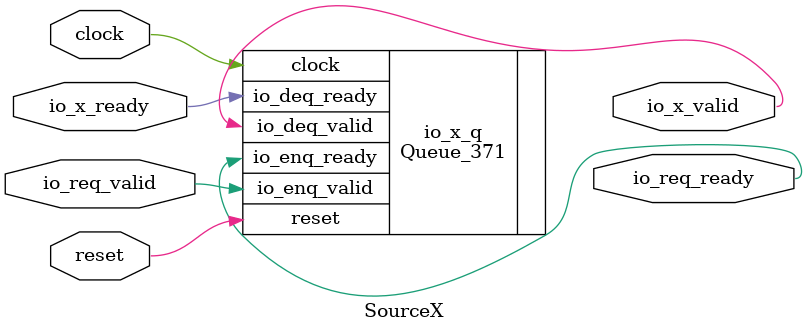
<source format=sv>
`ifndef RANDOMIZE
  `ifdef RANDOMIZE_REG_INIT
    `define RANDOMIZE
  `endif // RANDOMIZE_REG_INIT
`endif // not def RANDOMIZE
`ifndef RANDOMIZE
  `ifdef RANDOMIZE_MEM_INIT
    `define RANDOMIZE
  `endif // RANDOMIZE_MEM_INIT
`endif // not def RANDOMIZE

`ifndef RANDOM
  `define RANDOM $random
`endif // not def RANDOM

// Users can define 'PRINTF_COND' to add an extra gate to prints.
`ifndef PRINTF_COND_
  `ifdef PRINTF_COND
    `define PRINTF_COND_ (`PRINTF_COND)
  `else  // PRINTF_COND
    `define PRINTF_COND_ 1
  `endif // PRINTF_COND
`endif // not def PRINTF_COND_

// Users can define 'ASSERT_VERBOSE_COND' to add an extra gate to assert error printing.
`ifndef ASSERT_VERBOSE_COND_
  `ifdef ASSERT_VERBOSE_COND
    `define ASSERT_VERBOSE_COND_ (`ASSERT_VERBOSE_COND)
  `else  // ASSERT_VERBOSE_COND
    `define ASSERT_VERBOSE_COND_ 1
  `endif // ASSERT_VERBOSE_COND
`endif // not def ASSERT_VERBOSE_COND_

// Users can define 'STOP_COND' to add an extra gate to stop conditions.
`ifndef STOP_COND_
  `ifdef STOP_COND
    `define STOP_COND_ (`STOP_COND)
  `else  // STOP_COND
    `define STOP_COND_ 1
  `endif // STOP_COND
`endif // not def STOP_COND_

// Users can define INIT_RANDOM as general code that gets injected into the
// initializer block for modules with registers.
`ifndef INIT_RANDOM
  `define INIT_RANDOM
`endif // not def INIT_RANDOM

// If using random initialization, you can also define RANDOMIZE_DELAY to
// customize the delay used, otherwise 0.002 is used.
`ifndef RANDOMIZE_DELAY
  `define RANDOMIZE_DELAY 0.002
`endif // not def RANDOMIZE_DELAY

// Define INIT_RANDOM_PROLOG_ for use in our modules below.
`ifndef INIT_RANDOM_PROLOG_
  `ifdef RANDOMIZE
    `ifdef VERILATOR
      `define INIT_RANDOM_PROLOG_ `INIT_RANDOM
    `else  // VERILATOR
      `define INIT_RANDOM_PROLOG_ `INIT_RANDOM #`RANDOMIZE_DELAY begin end
    `endif // VERILATOR
  `else  // RANDOMIZE
    `define INIT_RANDOM_PROLOG_
  `endif // RANDOMIZE
`endif // not def INIT_RANDOM_PROLOG_

module SourceX(
  input  clock,
         reset,
         io_req_valid,
         io_x_ready,
  output io_req_ready,
         io_x_valid
);

  Queue_371 io_x_q (	// @[Decoupled.scala:375:21]
    .clock        (clock),
    .reset        (reset),
    .io_enq_valid (io_req_valid),
    .io_deq_ready (io_x_ready),
    .io_enq_ready (io_req_ready),
    .io_deq_valid (io_x_valid)
  );
endmodule


</source>
